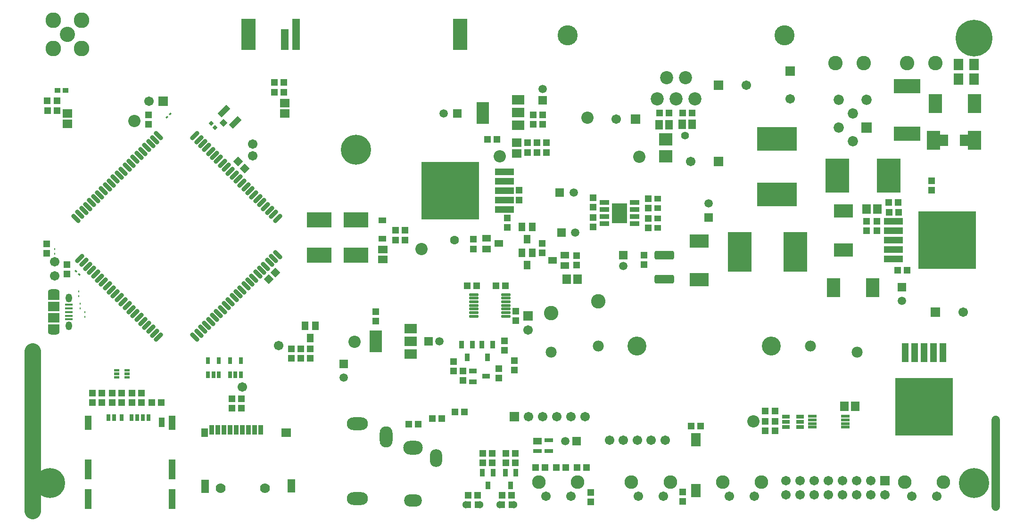
<source format=gts>
G04*
G04 #@! TF.GenerationSoftware,Altium Limited,Altium Designer,19.1.8 (144)*
G04*
G04 Layer_Color=8388736*
%FSLAX25Y25*%
%MOIN*%
G70*
G01*
G75*
%ADD22C,0.11811*%
%ADD23C,0.05906*%
%ADD24R,0.02992X0.05158*%
%ADD25R,0.09461X0.13792*%
%ADD26R,0.07887X0.07887*%
%ADD27R,0.04737X0.05131*%
G04:AMPARAMS|DCode=28|XSize=14.17mil|YSize=9.84mil|CornerRadius=0mil|HoleSize=0mil|Usage=FLASHONLY|Rotation=315.000|XOffset=0mil|YOffset=0mil|HoleType=Round|Shape=Rectangle|*
%AMROTATEDRECTD28*
4,1,4,-0.00849,0.00153,-0.00153,0.00849,0.00849,-0.00153,0.00153,-0.00849,-0.00849,0.00153,0.0*
%
%ADD28ROTATEDRECTD28*%

%ADD29R,0.05131X0.04737*%
%ADD30R,0.05918X0.06706*%
%ADD31R,0.40564X0.40800*%
%ADD32R,0.13398X0.05013*%
%ADD33R,0.40800X0.40564*%
%ADD34R,0.05013X0.13398*%
%ADD35R,0.09461X0.08674*%
%ADD36R,0.17335X0.11036*%
%ADD37R,0.03359X0.05721*%
%ADD38R,0.05721X0.03359*%
%ADD39R,0.05748X0.01811*%
%ADD40R,0.08280X0.06706*%
%ADD41R,0.08280X0.05524*%
G04:AMPARAMS|DCode=42|XSize=14.17mil|YSize=9.84mil|CornerRadius=0mil|HoleSize=0mil|Usage=FLASHONLY|Rotation=225.000|XOffset=0mil|YOffset=0mil|HoleType=Round|Shape=Rectangle|*
%AMROTATEDRECTD42*
4,1,4,0.00153,0.00849,0.00849,0.00153,-0.00153,-0.00849,-0.00849,-0.00153,0.00153,0.00849,0.0*
%
%ADD42ROTATEDRECTD42*%

%ADD43R,0.00984X0.01417*%
%ADD44R,0.04737X0.06312*%
%ADD45R,0.13202X0.09461*%
%ADD46R,0.09461X0.13202*%
%ADD47R,0.05603X0.04383*%
G04:AMPARAMS|DCode=48|XSize=78.87mil|YSize=31.62mil|CornerRadius=0mil|HoleSize=0mil|Usage=FLASHONLY|Rotation=315.000|XOffset=0mil|YOffset=0mil|HoleType=Round|Shape=Round|*
%AMOVALD48*
21,1,0.04724,0.03162,0.00000,0.00000,315.0*
1,1,0.03162,-0.01670,0.01670*
1,1,0.03162,0.01670,-0.01670*
%
%ADD48OVALD48*%

G04:AMPARAMS|DCode=49|XSize=78.87mil|YSize=31.62mil|CornerRadius=0mil|HoleSize=0mil|Usage=FLASHONLY|Rotation=225.000|XOffset=0mil|YOffset=0mil|HoleType=Round|Shape=Round|*
%AMOVALD49*
21,1,0.04724,0.03162,0.00000,0.00000,225.0*
1,1,0.03162,0.01670,0.01670*
1,1,0.03162,-0.01670,-0.01670*
%
%ADD49OVALD49*%

%ADD50R,0.06312X0.04737*%
%ADD51R,0.06240X0.01929*%
%ADD52R,0.04540X0.04343*%
%ADD53R,0.04343X0.04540*%
%ADD54R,0.06706X0.05918*%
%ADD55R,0.07099X0.07887*%
G04:AMPARAMS|DCode=56|XSize=47.37mil|YSize=51.31mil|CornerRadius=0mil|HoleSize=0mil|Usage=FLASHONLY|Rotation=45.000|XOffset=0mil|YOffset=0mil|HoleType=Round|Shape=Rectangle|*
%AMROTATEDRECTD56*
4,1,4,0.00139,-0.03489,-0.03489,0.00139,-0.00139,0.03489,0.03489,-0.00139,0.00139,-0.03489,0.0*
%
%ADD56ROTATEDRECTD56*%

G04:AMPARAMS|DCode=57|XSize=47.37mil|YSize=51.31mil|CornerRadius=0mil|HoleSize=0mil|Usage=FLASHONLY|Rotation=315.000|XOffset=0mil|YOffset=0mil|HoleType=Round|Shape=Rectangle|*
%AMROTATEDRECTD57*
4,1,4,-0.03489,-0.00139,0.00139,0.03489,0.03489,0.00139,-0.00139,-0.03489,-0.03489,-0.00139,0.0*
%
%ADD57ROTATEDRECTD57*%

G04:AMPARAMS|DCode=58|XSize=67.32mil|YSize=18.11mil|CornerRadius=4.33mil|HoleSize=0mil|Usage=FLASHONLY|Rotation=0.000|XOffset=0mil|YOffset=0mil|HoleType=Round|Shape=RoundedRectangle|*
%AMROUNDEDRECTD58*
21,1,0.06732,0.00945,0,0,0.0*
21,1,0.05866,0.01811,0,0,0.0*
1,1,0.00866,0.02933,-0.00472*
1,1,0.00866,-0.02933,-0.00472*
1,1,0.00866,-0.02933,0.00472*
1,1,0.00866,0.02933,0.00472*
%
%ADD58ROUNDEDRECTD58*%
%ADD59R,0.07099X0.09383*%
%ADD60R,0.08700X0.15800*%
%ADD61R,0.08700X0.06700*%
%ADD62R,0.28359X0.16548*%
%ADD63R,0.16548X0.28359*%
G04:AMPARAMS|DCode=64|XSize=60.76mil|YSize=137.53mil|CornerRadius=10.59mil|HoleSize=0mil|Usage=FLASHONLY|Rotation=90.000|XOffset=0mil|YOffset=0mil|HoleType=Round|Shape=RoundedRectangle|*
%AMROUNDEDRECTD64*
21,1,0.06076,0.11634,0,0,90.0*
21,1,0.03957,0.13753,0,0,90.0*
1,1,0.02119,0.05817,0.01978*
1,1,0.02119,0.05817,-0.01978*
1,1,0.02119,-0.05817,-0.01978*
1,1,0.02119,-0.05817,0.01978*
%
%ADD64ROUNDEDRECTD64*%
%ADD65R,0.05524X0.02965*%
%ADD66R,0.05288X0.06587*%
%ADD67R,0.06587X0.05288*%
%ADD68R,0.07099X0.06312*%
%ADD69R,0.05524X0.09461*%
%ADD70R,0.04737X0.06312*%
%ADD71R,0.03556X0.07099*%
%ADD72R,0.05512X0.14646*%
%ADD73R,0.05512X0.22047*%
%ADD74R,0.10236X0.22047*%
%ADD75R,0.04737X0.10249*%
%ADD76R,0.04737X0.14186*%
%ADD77R,0.03950X0.06706*%
%ADD78R,0.02965X0.04737*%
%ADD79C,0.08674*%
%ADD80C,0.06706*%
%ADD81R,0.03559X0.01787*%
G04:AMPARAMS|DCode=82|XSize=26.2mil|YSize=26.48mil|CornerRadius=0mil|HoleSize=0mil|Usage=FLASHONLY|Rotation=315.000|XOffset=0mil|YOffset=0mil|HoleType=Round|Shape=Rectangle|*
%AMROTATEDRECTD82*
4,1,4,-0.01862,-0.00010,0.00010,0.01862,0.01862,0.00010,-0.00010,-0.01862,-0.01862,-0.00010,0.0*
%
%ADD82ROTATEDRECTD82*%

G04:AMPARAMS|DCode=83|XSize=41.34mil|YSize=86.61mil|CornerRadius=0mil|HoleSize=0mil|Usage=FLASHONLY|Rotation=135.000|XOffset=0mil|YOffset=0mil|HoleType=Round|Shape=Rectangle|*
%AMROTATEDRECTD83*
4,1,4,0.04524,0.01601,-0.01601,-0.04524,-0.04524,-0.01601,0.01601,0.04524,0.04524,0.01601,0.0*
%
%ADD83ROTATEDRECTD83*%

G04:AMPARAMS|DCode=84|XSize=39.37mil|YSize=41.34mil|CornerRadius=0mil|HoleSize=0mil|Usage=FLASHONLY|Rotation=135.000|XOffset=0mil|YOffset=0mil|HoleType=Round|Shape=Rectangle|*
%AMROTATEDRECTD84*
4,1,4,0.02854,0.00070,-0.00070,-0.02854,-0.02854,-0.00070,0.00070,0.02854,0.02854,0.00070,0.0*
%
%ADD84ROTATEDRECTD84*%

%ADD85R,0.03961X0.03773*%
%ADD86C,0.06312*%
%ADD87C,0.05524*%
%ADD88R,0.05918X0.04698*%
%ADD89R,0.05918X0.03123*%
%ADD90R,0.16548X0.24028*%
%ADD91R,0.18910X0.09855*%
%ADD92R,0.10694X0.14194*%
%ADD93R,0.06804X0.03556*%
%ADD94C,0.21272*%
%ADD95C,0.09658*%
%ADD96C,0.04737*%
%ADD97R,0.05918X0.05918*%
%ADD98C,0.05918*%
%ADD99R,0.06706X0.06706*%
%ADD100R,0.06706X0.06706*%
%ADD101R,0.05918X0.05918*%
%ADD102O,0.04488X0.06260*%
%ADD103O,0.08280X0.04540*%
%ADD104C,0.05131*%
%ADD105C,0.14186*%
%ADD106C,0.09300*%
%ADD107C,0.13398*%
%ADD108C,0.10209*%
%ADD109C,0.07828*%
%ADD110C,0.07001*%
%ADD111C,0.25997*%
%ADD112C,0.11036*%
%ADD113C,0.10737*%
%ADD114O,0.14973X0.09068*%
%ADD115O,0.09068X0.14973*%
%ADD116O,0.08674X0.12611*%
%ADD117O,0.13792X0.09855*%
%ADD118O,0.12611X0.08674*%
%ADD119C,0.07284*%
%ADD120R,0.07284X0.07284*%
%ADD121C,0.10249*%
G36*
X65052Y93701D02*
Y95470D01*
X68602D01*
Y93701D01*
X65052D01*
D02*
G37*
G36*
X65056Y96260D02*
Y98032D01*
X68602D01*
Y96260D01*
X65056D01*
D02*
G37*
G36*
X65056Y98819D02*
Y100592D01*
X68602D01*
Y98819D01*
X65056D01*
D02*
G37*
G36*
X72541Y93701D02*
Y95471D01*
X76083D01*
Y93701D01*
X72541D01*
D02*
G37*
G36*
X72542Y96260D02*
Y98032D01*
X76083D01*
Y96260D01*
X72542D01*
D02*
G37*
G36*
X72540Y98819D02*
Y100591D01*
X76083D01*
Y98819D01*
X72540D01*
D02*
G37*
D22*
X7579Y0D02*
Y113287D01*
D23*
X688287Y3248D02*
Y64370D01*
D24*
X131595Y106595D02*
D03*
X139075D02*
D03*
Y96358D02*
D03*
X135335D02*
D03*
X131595D02*
D03*
X147146Y106595D02*
D03*
X154626D02*
D03*
Y96358D02*
D03*
X150886D02*
D03*
X147146D02*
D03*
D25*
X644390Y262401D02*
D03*
X673524D02*
D03*
D26*
X667185D02*
D03*
X650649D02*
D03*
D27*
X467028Y6791D02*
D03*
Y13484D02*
D03*
X337106Y93996D02*
D03*
Y100689D02*
D03*
X311811Y99114D02*
D03*
Y92421D02*
D03*
X305020Y105807D02*
D03*
Y99114D02*
D03*
X348228Y106595D02*
D03*
Y99902D02*
D03*
X361516Y280512D02*
D03*
Y273819D02*
D03*
X368209Y273819D02*
D03*
Y280512D02*
D03*
X318996Y192303D02*
D03*
Y185610D02*
D03*
X367913Y189469D02*
D03*
Y182776D02*
D03*
X392126Y180905D02*
D03*
Y174213D02*
D03*
X370866Y253937D02*
D03*
Y260630D02*
D03*
X357480Y260630D02*
D03*
Y253937D02*
D03*
X604331Y198425D02*
D03*
Y205118D02*
D03*
X597047D02*
D03*
Y198425D02*
D03*
X403642Y214961D02*
D03*
Y221654D02*
D03*
X442618Y221260D02*
D03*
Y214567D02*
D03*
Y200590D02*
D03*
Y207283D02*
D03*
X349114Y141437D02*
D03*
Y134744D02*
D03*
X341240Y120472D02*
D03*
Y113779D02*
D03*
X89567Y280315D02*
D03*
Y273622D02*
D03*
X31890Y174508D02*
D03*
Y167815D02*
D03*
X197146Y108169D02*
D03*
Y114862D02*
D03*
X203839Y114862D02*
D03*
Y108169D02*
D03*
X402165Y13287D02*
D03*
Y6595D02*
D03*
X250000Y134449D02*
D03*
Y141142D02*
D03*
X343012Y207579D02*
D03*
Y200886D02*
D03*
X364173Y260630D02*
D03*
Y253937D02*
D03*
X439764Y181004D02*
D03*
Y174311D02*
D03*
X351575Y220276D02*
D03*
Y226969D02*
D03*
X643209Y233858D02*
D03*
Y227165D02*
D03*
X403642Y207677D02*
D03*
Y200984D02*
D03*
X17323Y182382D02*
D03*
Y189075D02*
D03*
X190453Y114862D02*
D03*
Y108169D02*
D03*
D28*
X38004Y169870D02*
D03*
X40343Y167532D02*
D03*
D29*
X612992Y211614D02*
D03*
X619685D02*
D03*
X273327Y61614D02*
D03*
X280020D02*
D03*
X306102Y70177D02*
D03*
X312795D02*
D03*
X289961Y65453D02*
D03*
X296654D02*
D03*
X532283Y63583D02*
D03*
X525591D02*
D03*
X525591Y70669D02*
D03*
X532283D02*
D03*
X18110Y283366D02*
D03*
X24803D02*
D03*
X315453Y11024D02*
D03*
X322146D02*
D03*
X332480Y33957D02*
D03*
X325787D02*
D03*
X332382Y40650D02*
D03*
X325689D02*
D03*
X263976Y198622D02*
D03*
X270669D02*
D03*
X270768Y191732D02*
D03*
X264075D02*
D03*
X346063Y11024D02*
D03*
X339370D02*
D03*
X348819Y33957D02*
D03*
X342126D02*
D03*
X348819Y40650D02*
D03*
X342126D02*
D03*
X63878Y83366D02*
D03*
X70571D02*
D03*
X56595D02*
D03*
X49902D02*
D03*
X77854D02*
D03*
X84547D02*
D03*
X377756Y30807D02*
D03*
X384449D02*
D03*
X392323D02*
D03*
X399016D02*
D03*
X363189D02*
D03*
X369882D02*
D03*
X328937Y263287D02*
D03*
X335630D02*
D03*
X625689Y170374D02*
D03*
X618996D02*
D03*
X612894Y218504D02*
D03*
X619587D02*
D03*
X532283Y56890D02*
D03*
X525591D02*
D03*
X472933Y60039D02*
D03*
X479626D02*
D03*
X335138Y159547D02*
D03*
X341831D02*
D03*
X321358Y159547D02*
D03*
X314665D02*
D03*
X17913Y290354D02*
D03*
X24606D02*
D03*
X178445Y296457D02*
D03*
X185138D02*
D03*
X178445Y303346D02*
D03*
X185138D02*
D03*
X473819Y281693D02*
D03*
X467126D02*
D03*
X450689Y281693D02*
D03*
X457382D02*
D03*
X63878Y76772D02*
D03*
X70571D02*
D03*
X56595D02*
D03*
X49902D02*
D03*
X77854Y76772D02*
D03*
X84547D02*
D03*
X91831Y76772D02*
D03*
X98524D02*
D03*
X148524Y79528D02*
D03*
X155217D02*
D03*
X148524Y72835D02*
D03*
X155217D02*
D03*
D30*
X597146Y213681D02*
D03*
X604626D02*
D03*
X581496Y74213D02*
D03*
X588976D02*
D03*
X392717Y164173D02*
D03*
X385236D02*
D03*
D31*
X654113Y191718D02*
D03*
X302821Y226862D02*
D03*
D32*
X615945Y178318D02*
D03*
Y185018D02*
D03*
Y191718D02*
D03*
Y198418D02*
D03*
Y205118D02*
D03*
X340990Y240262D02*
D03*
Y233562D02*
D03*
Y226862D02*
D03*
Y220162D02*
D03*
Y213462D02*
D03*
D33*
X637788Y73938D02*
D03*
D34*
X624388Y112106D02*
D03*
X631088D02*
D03*
X637788D02*
D03*
X644488D02*
D03*
X651188D02*
D03*
D35*
X455217Y262992D02*
D03*
Y251181D02*
D03*
D36*
X236122Y181024D02*
D03*
Y206221D02*
D03*
X210138Y181024D02*
D03*
Y206221D02*
D03*
D37*
X328937Y108858D02*
D03*
X325157Y117913D02*
D03*
X332716D02*
D03*
X314665Y108858D02*
D03*
X310886Y117913D02*
D03*
X318445D02*
D03*
X329331Y18110D02*
D03*
X325551Y27165D02*
D03*
X333110D02*
D03*
X345472Y18110D02*
D03*
X341693Y27165D02*
D03*
X349252D02*
D03*
D38*
X327953Y95374D02*
D03*
X318898Y91594D02*
D03*
Y99154D02*
D03*
D39*
X33071Y145965D02*
D03*
Y143406D02*
D03*
Y140847D02*
D03*
Y138287D02*
D03*
Y135728D02*
D03*
D40*
X22441Y144783D02*
D03*
Y136909D02*
D03*
D41*
Y152264D02*
D03*
Y129429D02*
D03*
D42*
X102472Y278851D02*
D03*
X104811Y281189D02*
D03*
D43*
X23228Y182205D02*
D03*
Y185512D02*
D03*
X44587Y140827D02*
D03*
Y137520D02*
D03*
X40157Y152284D02*
D03*
Y155591D02*
D03*
X41240Y143425D02*
D03*
Y146732D02*
D03*
D44*
X207598Y131102D02*
D03*
X200118D02*
D03*
X203858Y122441D02*
D03*
X360866Y201181D02*
D03*
X353386D02*
D03*
X357126Y192520D02*
D03*
X360827Y182677D02*
D03*
X353346D02*
D03*
X357087Y174016D02*
D03*
D45*
X580807Y184941D02*
D03*
Y212500D02*
D03*
X478740Y191240D02*
D03*
Y163681D02*
D03*
D46*
X645768Y288386D02*
D03*
X673327D02*
D03*
X601476Y158169D02*
D03*
X573917D02*
D03*
D47*
X254921Y205650D02*
D03*
Y192776D02*
D03*
D48*
X96537Y265668D02*
D03*
X38075Y207206D02*
D03*
X122149Y123133D02*
D03*
X180610Y181595D02*
D03*
X40859Y209990D02*
D03*
X43643Y212774D02*
D03*
X46427Y215558D02*
D03*
X49211Y218342D02*
D03*
X51995Y221126D02*
D03*
X54779Y223909D02*
D03*
X57563Y226693D02*
D03*
X60346Y229477D02*
D03*
X63130Y232261D02*
D03*
X65914Y235045D02*
D03*
X68698Y237829D02*
D03*
X71482Y240613D02*
D03*
X74266Y243397D02*
D03*
X77050Y246181D02*
D03*
X79834Y248965D02*
D03*
X82617Y251748D02*
D03*
X85401Y254532D02*
D03*
X88185Y257316D02*
D03*
X90969Y260100D02*
D03*
X93753Y262884D02*
D03*
X177826Y178811D02*
D03*
X175042Y176027D02*
D03*
X172259Y173243D02*
D03*
X169475Y170459D02*
D03*
X166691Y167675D02*
D03*
X163907Y164891D02*
D03*
X161123Y162107D02*
D03*
X158339Y159323D02*
D03*
X155555Y156539D02*
D03*
X152771Y153756D02*
D03*
X149987Y150972D02*
D03*
X147204Y148188D02*
D03*
X144420Y145404D02*
D03*
X141636Y142620D02*
D03*
X138852Y139836D02*
D03*
X136068Y137052D02*
D03*
X133284Y134268D02*
D03*
X130500Y131485D02*
D03*
X127716Y128701D02*
D03*
X124933Y125917D02*
D03*
D49*
X122149Y265668D02*
D03*
X180610Y207206D02*
D03*
X96537Y123133D02*
D03*
X124933Y262884D02*
D03*
X127716Y260100D02*
D03*
X130500Y257316D02*
D03*
X133284Y254532D02*
D03*
X136068Y251748D02*
D03*
X138852Y248965D02*
D03*
X141636Y246181D02*
D03*
X144420Y243397D02*
D03*
X147204Y240613D02*
D03*
X149987Y237829D02*
D03*
X152771Y235045D02*
D03*
X155555Y232261D02*
D03*
X158339Y229477D02*
D03*
X161123Y226693D02*
D03*
X163907Y223909D02*
D03*
X166691Y221126D02*
D03*
X169475Y218342D02*
D03*
X172259Y215558D02*
D03*
X175042Y212774D02*
D03*
X177826Y209990D02*
D03*
X93753Y125917D02*
D03*
X90969Y128701D02*
D03*
X88185Y131485D02*
D03*
X85401Y134268D02*
D03*
X82617Y137052D02*
D03*
X79834Y139836D02*
D03*
X77050Y142620D02*
D03*
X74266Y145404D02*
D03*
X71482Y148188D02*
D03*
X68698Y150972D02*
D03*
X65914Y153756D02*
D03*
X63130Y156539D02*
D03*
X60346Y159323D02*
D03*
X57563Y162107D02*
D03*
X54779Y164891D02*
D03*
X51995Y167675D02*
D03*
X49211Y170459D02*
D03*
X46427Y173243D02*
D03*
X43643Y176027D02*
D03*
X40859Y178811D02*
D03*
D50*
X383858Y173779D02*
D03*
Y181260D02*
D03*
X375197Y177520D02*
D03*
X328563Y193071D02*
D03*
Y185591D02*
D03*
X337224Y189331D02*
D03*
D51*
X558807Y59350D02*
D03*
Y61910D02*
D03*
Y64468D02*
D03*
Y67028D02*
D03*
X581941D02*
D03*
Y64468D02*
D03*
Y61910D02*
D03*
Y59350D02*
D03*
D52*
X449311Y221260D02*
D03*
Y214567D02*
D03*
Y207283D02*
D03*
Y200590D02*
D03*
D53*
X315354Y4429D02*
D03*
X322047D02*
D03*
X346063D02*
D03*
X339370D02*
D03*
D54*
X349803Y260630D02*
D03*
Y253150D02*
D03*
X185925Y288780D02*
D03*
Y281299D02*
D03*
X32087Y281594D02*
D03*
Y274114D02*
D03*
D55*
X662205Y316142D02*
D03*
X673228D02*
D03*
X673228Y305807D02*
D03*
X662205D02*
D03*
D56*
X157484Y242614D02*
D03*
X152752Y247347D02*
D03*
D57*
X179197Y168862D02*
D03*
X174464Y164130D02*
D03*
D58*
X342008Y153248D02*
D03*
Y150689D02*
D03*
Y148130D02*
D03*
Y145571D02*
D03*
Y143012D02*
D03*
Y140453D02*
D03*
Y137894D02*
D03*
X319410D02*
D03*
Y140453D02*
D03*
Y143012D02*
D03*
Y145571D02*
D03*
Y148130D02*
D03*
Y150689D02*
D03*
Y153248D02*
D03*
D59*
X476279Y14370D02*
D03*
Y50591D02*
D03*
D60*
X250100Y120079D02*
D03*
X325887Y281890D02*
D03*
D61*
X274900Y129179D02*
D03*
Y120179D02*
D03*
Y111179D02*
D03*
X350687Y290990D02*
D03*
Y281990D02*
D03*
Y272990D02*
D03*
D62*
X533661Y263484D02*
D03*
Y224114D02*
D03*
D63*
X546654Y183563D02*
D03*
X507283D02*
D03*
D64*
X453937Y181102D02*
D03*
Y164173D02*
D03*
D65*
X550197Y59449D02*
D03*
Y63189D02*
D03*
Y66929D02*
D03*
X539961D02*
D03*
Y59449D02*
D03*
Y63189D02*
D03*
D66*
X466772Y273622D02*
D03*
X473780D02*
D03*
X457539Y273425D02*
D03*
X450531D02*
D03*
D67*
X255020Y178189D02*
D03*
Y185197D02*
D03*
D68*
X186812Y55512D02*
D03*
D69*
X190355Y17717D02*
D03*
X129331Y17481D02*
D03*
D70*
X129134Y55512D02*
D03*
D71*
X134056Y57481D02*
D03*
X138386D02*
D03*
X142717D02*
D03*
X147048D02*
D03*
X151379D02*
D03*
X155709D02*
D03*
X160040D02*
D03*
X164371D02*
D03*
X168701D02*
D03*
D72*
X185827Y333897D02*
D03*
D73*
X193701Y337598D02*
D03*
D74*
X160236D02*
D03*
X309842D02*
D03*
D75*
X106201Y62303D02*
D03*
X46752D02*
D03*
D76*
X106201Y29429D02*
D03*
Y8563D02*
D03*
X46752D02*
D03*
Y29429D02*
D03*
D77*
X98721Y62815D02*
D03*
D78*
X89410Y66043D02*
D03*
X85472D02*
D03*
X81535D02*
D03*
X77598D02*
D03*
X70571D02*
D03*
X65039D02*
D03*
X61102D02*
D03*
D79*
X79429Y276083D02*
D03*
X235236Y119783D02*
D03*
X282480Y185295D02*
D03*
X399902Y278543D02*
D03*
X337894Y251279D02*
D03*
X436417Y250886D02*
D03*
X517126Y63583D02*
D03*
D80*
X181545Y116978D02*
D03*
X155905Y87795D02*
D03*
X23228Y176476D02*
D03*
X23228Y166535D02*
D03*
X163189Y259941D02*
D03*
X162992Y251378D02*
D03*
X628937Y10531D02*
D03*
X646654D02*
D03*
X472736Y247342D02*
D03*
X543110Y291634D02*
D03*
X387992Y10531D02*
D03*
X370276D02*
D03*
X453346D02*
D03*
X435630D02*
D03*
X517915D02*
D03*
X500198D02*
D03*
X420079Y277461D02*
D03*
X89685Y290158D02*
D03*
X357874Y127972D02*
D03*
X378189Y66831D02*
D03*
X368189D02*
D03*
X358189D02*
D03*
X388189D02*
D03*
X398189D02*
D03*
X454724Y50098D02*
D03*
X444882D02*
D03*
X435039D02*
D03*
X425197D02*
D03*
X415354D02*
D03*
X540000Y11417D02*
D03*
Y21417D02*
D03*
X550000Y11417D02*
D03*
Y21417D02*
D03*
X560000Y11417D02*
D03*
Y21417D02*
D03*
X570000Y11417D02*
D03*
Y21417D02*
D03*
X580000Y11417D02*
D03*
Y21417D02*
D03*
X590000Y11417D02*
D03*
Y21417D02*
D03*
X600000Y11417D02*
D03*
Y21417D02*
D03*
X610000Y11417D02*
D03*
X512008Y301476D02*
D03*
X665354Y140650D02*
D03*
D81*
X66831Y99705D02*
D03*
Y97146D02*
D03*
Y94587D02*
D03*
X74311D02*
D03*
Y97146D02*
D03*
Y99705D02*
D03*
D82*
X133637Y274335D02*
D03*
X136441Y271531D02*
D03*
D83*
X150858Y275028D02*
D03*
X142646Y283240D02*
D03*
D84*
X142507Y274888D02*
D03*
D85*
X24996Y297736D02*
D03*
X30713D02*
D03*
D86*
X305709Y191831D02*
D03*
D87*
X468701Y265945D02*
D03*
D88*
X364272Y49350D02*
D03*
D89*
Y42579D02*
D03*
X372342D02*
D03*
Y50138D02*
D03*
D90*
X612795Y237303D02*
D03*
X576575D02*
D03*
D91*
X625886Y267224D02*
D03*
Y300689D02*
D03*
D92*
X422539Y210827D02*
D03*
D93*
X433216Y218327D02*
D03*
Y213327D02*
D03*
Y208327D02*
D03*
Y203327D02*
D03*
X411862D02*
D03*
Y208327D02*
D03*
Y213327D02*
D03*
Y218327D02*
D03*
D94*
X673228Y19685D02*
D03*
X19685D02*
D03*
X236221Y255906D02*
D03*
D95*
X624016Y20374D02*
D03*
X651575D02*
D03*
X392913D02*
D03*
X365354D02*
D03*
X458268D02*
D03*
X430709D02*
D03*
X522836D02*
D03*
X495277D02*
D03*
D96*
X668057Y207163D02*
D03*
Y199289D02*
D03*
Y191415D02*
D03*
Y183541D02*
D03*
Y175667D02*
D03*
X658608Y207163D02*
D03*
Y199289D02*
D03*
Y191415D02*
D03*
Y183541D02*
D03*
Y175667D02*
D03*
X649159Y207163D02*
D03*
Y199289D02*
D03*
Y191415D02*
D03*
Y183541D02*
D03*
Y175667D02*
D03*
X639710D02*
D03*
Y183541D02*
D03*
Y191415D02*
D03*
Y199289D02*
D03*
Y207163D02*
D03*
X653233Y59995D02*
D03*
X645359D02*
D03*
X637485D02*
D03*
X629611D02*
D03*
X621737D02*
D03*
X653233Y69443D02*
D03*
X645359D02*
D03*
X637485D02*
D03*
X629611D02*
D03*
X621737D02*
D03*
X653233Y78892D02*
D03*
X645359D02*
D03*
X637485D02*
D03*
X629611D02*
D03*
X621737D02*
D03*
Y88341D02*
D03*
X629611D02*
D03*
X637485D02*
D03*
X645359D02*
D03*
X653233D02*
D03*
X288878Y211417D02*
D03*
Y219291D02*
D03*
Y227165D02*
D03*
Y235039D02*
D03*
Y242913D02*
D03*
X298327Y211417D02*
D03*
Y219291D02*
D03*
Y227165D02*
D03*
Y235039D02*
D03*
Y242913D02*
D03*
X307776Y211417D02*
D03*
Y219291D02*
D03*
Y227165D02*
D03*
Y235039D02*
D03*
Y242913D02*
D03*
X317224D02*
D03*
Y235039D02*
D03*
Y227165D02*
D03*
Y219291D02*
D03*
Y211417D02*
D03*
D97*
X622047Y158465D02*
D03*
X485335Y207874D02*
D03*
X227559Y104232D02*
D03*
X425197Y181201D02*
D03*
X368209Y290945D02*
D03*
D98*
X622047Y148622D02*
D03*
X384252Y49606D02*
D03*
X485335Y217717D02*
D03*
X295177Y120177D02*
D03*
X227559Y94390D02*
D03*
X425197Y173327D02*
D03*
X390059Y225295D02*
D03*
X368209Y298819D02*
D03*
X391240Y197244D02*
D03*
X298031Y281299D02*
D03*
D99*
X492421Y247342D02*
D03*
X433858Y277461D02*
D03*
X99685Y290158D02*
D03*
X348189Y66831D02*
D03*
X610000Y21417D02*
D03*
X492323Y301476D02*
D03*
X645669Y140650D02*
D03*
D100*
X543110Y311319D02*
D03*
X357874Y137972D02*
D03*
D101*
X392126Y49606D02*
D03*
X287303Y120177D02*
D03*
X380217Y225295D02*
D03*
X381398Y197244D02*
D03*
X307874Y281299D02*
D03*
D102*
X33071Y150689D02*
D03*
Y131004D02*
D03*
D103*
X22441Y154626D02*
D03*
Y127067D02*
D03*
D104*
X323701Y4429D02*
D03*
X313701D02*
D03*
X337717D02*
D03*
X347716D02*
D03*
D105*
X539173Y336693D02*
D03*
X385630D02*
D03*
D106*
X475787Y291791D02*
D03*
X469095Y306791D02*
D03*
X462402Y291791D02*
D03*
X455709Y306791D02*
D03*
X449016Y291791D02*
D03*
D107*
X529724Y116634D02*
D03*
X434842D02*
D03*
D108*
X407283Y148524D02*
D03*
X374213Y140256D02*
D03*
D109*
X557283Y116634D02*
D03*
X407283D02*
D03*
X374213Y112303D02*
D03*
X590354D02*
D03*
D110*
X171851Y16142D02*
D03*
X140355D02*
D03*
D111*
X673228Y334646D02*
D03*
D112*
X22087Y327402D02*
D03*
X42087D02*
D03*
Y347402D02*
D03*
X22087D02*
D03*
D113*
X32087Y337402D02*
D03*
D114*
X237008Y8760D02*
D03*
Y61713D02*
D03*
D115*
X257480Y52461D02*
D03*
D116*
X292913Y37303D02*
D03*
D117*
X276378Y44784D02*
D03*
D118*
Y7579D02*
D03*
D119*
X577461Y291240D02*
D03*
Y271555D02*
D03*
X597146Y291240D02*
D03*
X587303Y261712D02*
D03*
Y281398D02*
D03*
D120*
X597146Y271555D02*
D03*
D121*
X645827Y317028D02*
D03*
X625827D02*
D03*
X595039D02*
D03*
X575039D02*
D03*
M02*

</source>
